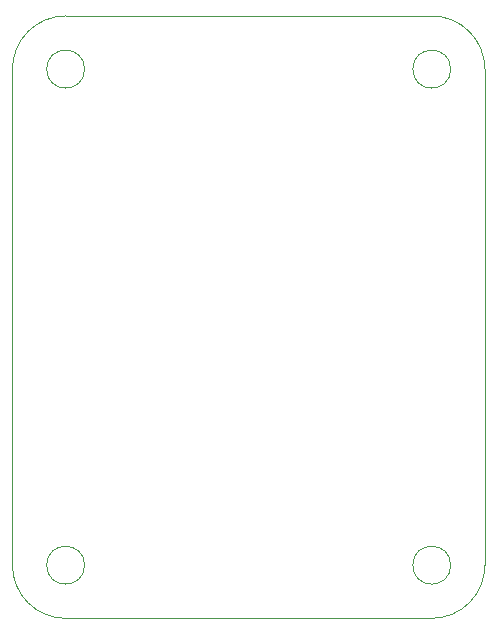
<source format=gbr>
G04 #@! TF.GenerationSoftware,KiCad,Pcbnew,(6.0.4)*
G04 #@! TF.CreationDate,2022-07-08T01:04:45-04:00*
G04 #@! TF.ProjectId,power_divider,706f7765-725f-4646-9976-696465722e6b,Version 2*
G04 #@! TF.SameCoordinates,Original*
G04 #@! TF.FileFunction,Profile,NP*
%FSLAX46Y46*%
G04 Gerber Fmt 4.6, Leading zero omitted, Abs format (unit mm)*
G04 Created by KiCad (PCBNEW (6.0.4)) date 2022-07-08 01:04:45*
%MOMM*%
%LPD*%
G01*
G04 APERTURE LIST*
G04 #@! TA.AperFunction,Profile*
%ADD10C,0.100000*%
G04 #@! TD*
G04 APERTURE END LIST*
D10*
X152606437Y-57000000D02*
G75*
G03*
X152606437Y-57000000I-1606437J0D01*
G01*
X115500002Y-98999998D02*
G75*
G03*
X120000002Y-103499998I4499998J-2D01*
G01*
X151000000Y-103500000D02*
X120000002Y-103499998D01*
X151000000Y-103500000D02*
G75*
G03*
X155500000Y-99000000I0J4500000D01*
G01*
X120000000Y-52500000D02*
G75*
G03*
X115500000Y-57000000I0J-4500000D01*
G01*
X151000000Y-52500000D02*
X120000000Y-52500000D01*
X121606437Y-99000000D02*
G75*
G03*
X121606437Y-99000000I-1606437J0D01*
G01*
X155499998Y-98999998D02*
X155500000Y-57000000D01*
X121606437Y-57000000D02*
G75*
G03*
X121606437Y-57000000I-1606437J0D01*
G01*
X115500002Y-98999998D02*
X115500000Y-57000000D01*
X155500000Y-57000000D02*
G75*
G03*
X151000000Y-52500000I-4500000J0D01*
G01*
X152606437Y-99000000D02*
G75*
G03*
X152606437Y-99000000I-1606437J0D01*
G01*
M02*

</source>
